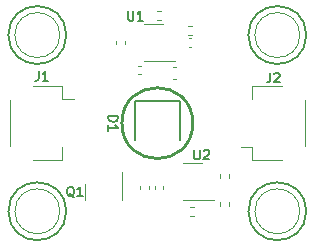
<source format=gto>
%TF.GenerationSoftware,KiCad,Pcbnew,7.0.8-7.0.8~ubuntu22.04.1*%
%TF.CreationDate,2024-02-01T21:47:39-08:00*%
%TF.ProjectId,275nm_SU_CULBN2_16mA,3237356e-6d5f-4535-955f-43554c424e32,rev?*%
%TF.SameCoordinates,Original*%
%TF.FileFunction,Legend,Top*%
%TF.FilePolarity,Positive*%
%FSLAX46Y46*%
G04 Gerber Fmt 4.6, Leading zero omitted, Abs format (unit mm)*
G04 Created by KiCad (PCBNEW 7.0.8-7.0.8~ubuntu22.04.1) date 2024-02-01 21:47:39*
%MOMM*%
%LPD*%
G01*
G04 APERTURE LIST*
%ADD10C,0.250000*%
%ADD11C,0.150000*%
%ADD12C,0.050000*%
%ADD13C,0.200000*%
%ADD14C,0.120000*%
%ADD15C,0.100000*%
G04 APERTURE END LIST*
D10*
X65700000Y-60000000D02*
G75*
G03*
X65700000Y-60000000I-3000000J0D01*
G01*
D11*
X58565704Y-59404324D02*
X59365704Y-59404324D01*
X59365704Y-59404324D02*
X59365704Y-59594800D01*
X59365704Y-59594800D02*
X59327609Y-59709086D01*
X59327609Y-59709086D02*
X59251419Y-59785276D01*
X59251419Y-59785276D02*
X59175228Y-59823371D01*
X59175228Y-59823371D02*
X59022847Y-59861467D01*
X59022847Y-59861467D02*
X58908561Y-59861467D01*
X58908561Y-59861467D02*
X58756180Y-59823371D01*
X58756180Y-59823371D02*
X58679990Y-59785276D01*
X58679990Y-59785276D02*
X58603800Y-59709086D01*
X58603800Y-59709086D02*
X58565704Y-59594800D01*
X58565704Y-59594800D02*
X58565704Y-59404324D01*
X58565704Y-60623371D02*
X58565704Y-60166228D01*
X58565704Y-60394800D02*
X59365704Y-60394800D01*
X59365704Y-60394800D02*
X59251419Y-60318609D01*
X59251419Y-60318609D02*
X59175228Y-60242419D01*
X59175228Y-60242419D02*
X59137133Y-60166228D01*
X52643133Y-55620095D02*
X52643133Y-56191523D01*
X52643133Y-56191523D02*
X52605038Y-56305809D01*
X52605038Y-56305809D02*
X52528847Y-56382000D01*
X52528847Y-56382000D02*
X52414562Y-56420095D01*
X52414562Y-56420095D02*
X52338371Y-56420095D01*
X53443133Y-56420095D02*
X52985990Y-56420095D01*
X53214562Y-56420095D02*
X53214562Y-55620095D01*
X53214562Y-55620095D02*
X53138371Y-55734380D01*
X53138371Y-55734380D02*
X53062181Y-55810571D01*
X53062181Y-55810571D02*
X52985990Y-55848666D01*
X72274133Y-55747095D02*
X72274133Y-56318523D01*
X72274133Y-56318523D02*
X72236038Y-56432809D01*
X72236038Y-56432809D02*
X72159847Y-56509000D01*
X72159847Y-56509000D02*
X72045562Y-56547095D01*
X72045562Y-56547095D02*
X71969371Y-56547095D01*
X72616990Y-55823285D02*
X72655086Y-55785190D01*
X72655086Y-55785190D02*
X72731276Y-55747095D01*
X72731276Y-55747095D02*
X72921752Y-55747095D01*
X72921752Y-55747095D02*
X72997943Y-55785190D01*
X72997943Y-55785190D02*
X73036038Y-55823285D01*
X73036038Y-55823285D02*
X73074133Y-55899476D01*
X73074133Y-55899476D02*
X73074133Y-55975666D01*
X73074133Y-55975666D02*
X73036038Y-56089952D01*
X73036038Y-56089952D02*
X72578895Y-56547095D01*
X72578895Y-56547095D02*
X73074133Y-56547095D01*
X65836876Y-62274895D02*
X65836876Y-62922514D01*
X65836876Y-62922514D02*
X65874971Y-62998704D01*
X65874971Y-62998704D02*
X65913066Y-63036800D01*
X65913066Y-63036800D02*
X65989257Y-63074895D01*
X65989257Y-63074895D02*
X66141638Y-63074895D01*
X66141638Y-63074895D02*
X66217828Y-63036800D01*
X66217828Y-63036800D02*
X66255923Y-62998704D01*
X66255923Y-62998704D02*
X66294019Y-62922514D01*
X66294019Y-62922514D02*
X66294019Y-62274895D01*
X66636875Y-62351085D02*
X66674971Y-62312990D01*
X66674971Y-62312990D02*
X66751161Y-62274895D01*
X66751161Y-62274895D02*
X66941637Y-62274895D01*
X66941637Y-62274895D02*
X67017828Y-62312990D01*
X67017828Y-62312990D02*
X67055923Y-62351085D01*
X67055923Y-62351085D02*
X67094018Y-62427276D01*
X67094018Y-62427276D02*
X67094018Y-62503466D01*
X67094018Y-62503466D02*
X67055923Y-62617752D01*
X67055923Y-62617752D02*
X66598780Y-63074895D01*
X66598780Y-63074895D02*
X67094018Y-63074895D01*
X55654609Y-66260485D02*
X55578419Y-66222390D01*
X55578419Y-66222390D02*
X55502228Y-66146200D01*
X55502228Y-66146200D02*
X55387942Y-66031914D01*
X55387942Y-66031914D02*
X55311752Y-65993819D01*
X55311752Y-65993819D02*
X55235561Y-65993819D01*
X55273657Y-66184295D02*
X55197466Y-66146200D01*
X55197466Y-66146200D02*
X55121276Y-66070009D01*
X55121276Y-66070009D02*
X55083180Y-65917628D01*
X55083180Y-65917628D02*
X55083180Y-65650961D01*
X55083180Y-65650961D02*
X55121276Y-65498580D01*
X55121276Y-65498580D02*
X55197466Y-65422390D01*
X55197466Y-65422390D02*
X55273657Y-65384295D01*
X55273657Y-65384295D02*
X55426038Y-65384295D01*
X55426038Y-65384295D02*
X55502228Y-65422390D01*
X55502228Y-65422390D02*
X55578419Y-65498580D01*
X55578419Y-65498580D02*
X55616514Y-65650961D01*
X55616514Y-65650961D02*
X55616514Y-65917628D01*
X55616514Y-65917628D02*
X55578419Y-66070009D01*
X55578419Y-66070009D02*
X55502228Y-66146200D01*
X55502228Y-66146200D02*
X55426038Y-66184295D01*
X55426038Y-66184295D02*
X55273657Y-66184295D01*
X56378418Y-66184295D02*
X55921275Y-66184295D01*
X56149847Y-66184295D02*
X56149847Y-65384295D01*
X56149847Y-65384295D02*
X56073656Y-65498580D01*
X56073656Y-65498580D02*
X55997466Y-65574771D01*
X55997466Y-65574771D02*
X55921275Y-65612866D01*
X60223476Y-50514695D02*
X60223476Y-51162314D01*
X60223476Y-51162314D02*
X60261571Y-51238504D01*
X60261571Y-51238504D02*
X60299666Y-51276600D01*
X60299666Y-51276600D02*
X60375857Y-51314695D01*
X60375857Y-51314695D02*
X60528238Y-51314695D01*
X60528238Y-51314695D02*
X60604428Y-51276600D01*
X60604428Y-51276600D02*
X60642523Y-51238504D01*
X60642523Y-51238504D02*
X60680619Y-51162314D01*
X60680619Y-51162314D02*
X60680619Y-50514695D01*
X61480618Y-51314695D02*
X61023475Y-51314695D01*
X61252047Y-51314695D02*
X61252047Y-50514695D01*
X61252047Y-50514695D02*
X61175856Y-50628980D01*
X61175856Y-50628980D02*
X61099666Y-50705171D01*
X61099666Y-50705171D02*
X61023475Y-50743266D01*
D12*
%TO.C,M1*%
X54440000Y-52540000D02*
G75*
G03*
X54440000Y-52540000I-1900000J0D01*
G01*
D11*
X54990000Y-52540000D02*
G75*
G03*
X54990000Y-52540000I-2450000J0D01*
G01*
D12*
%TO.C,M2*%
X74760000Y-52540000D02*
G75*
G03*
X74760000Y-52540000I-1900000J0D01*
G01*
D11*
X75310000Y-52540000D02*
G75*
G03*
X75310000Y-52540000I-2450000J0D01*
G01*
D12*
%TO.C,M3*%
X74760000Y-67460000D02*
G75*
G03*
X74760000Y-67460000I-1900000J0D01*
G01*
D11*
X75310000Y-67460000D02*
G75*
G03*
X75310000Y-67460000I-2450000J0D01*
G01*
D12*
%TO.C,M4*%
X54440000Y-67460000D02*
G75*
G03*
X54440000Y-67460000I-1900000J0D01*
G01*
D11*
X54990000Y-67460000D02*
G75*
G03*
X54990000Y-67460000I-2450000J0D01*
G01*
D13*
%TO.C,D1*%
X64600000Y-58100000D02*
X60800000Y-58100000D01*
X64600000Y-58100000D02*
X64600000Y-61425000D01*
X60800000Y-58100000D02*
X60800000Y-61425000D01*
D14*
%TO.C,J1*%
X54665000Y-56890000D02*
X54665000Y-57940000D01*
X52165000Y-56890000D02*
X54665000Y-56890000D01*
X54665000Y-57940000D02*
X55655000Y-57940000D01*
X50195000Y-58060000D02*
X50195000Y-61940000D01*
X54665000Y-63110000D02*
X54665000Y-62060000D01*
X52165000Y-63110000D02*
X54665000Y-63110000D01*
%TO.C,J2*%
X70735000Y-63110000D02*
X70735000Y-62060000D01*
X73235000Y-63110000D02*
X70735000Y-63110000D01*
X70735000Y-62060000D02*
X69745000Y-62060000D01*
X75205000Y-61940000D02*
X75205000Y-58060000D01*
X70735000Y-56890000D02*
X70735000Y-57940000D01*
X73235000Y-56890000D02*
X70735000Y-56890000D01*
%TO.C,R1*%
X68807600Y-64338959D02*
X68807600Y-64646241D01*
X68047600Y-64338959D02*
X68047600Y-64646241D01*
%TO.C,R6*%
X62993241Y-51256200D02*
X62685959Y-51256200D01*
X62993241Y-50496200D02*
X62685959Y-50496200D01*
%TO.C,R4*%
X59183000Y-53317841D02*
X59183000Y-53010559D01*
X59943000Y-53317841D02*
X59943000Y-53010559D01*
%TO.C,U2*%
X65657700Y-66491000D02*
X67457700Y-66491000D01*
X65657700Y-66491000D02*
X64857700Y-66491000D01*
X65657700Y-63371000D02*
X66457700Y-63371000D01*
X65657700Y-63371000D02*
X64857700Y-63371000D01*
%TO.C,C3*%
X62485200Y-65563836D02*
X62485200Y-65348164D01*
X63205200Y-65563836D02*
X63205200Y-65348164D01*
%TO.C,R3*%
X68047600Y-67004441D02*
X68047600Y-66697159D01*
X68807600Y-67004441D02*
X68807600Y-66697159D01*
%TO.C,L1*%
X63997621Y-55243000D02*
X64323179Y-55243000D01*
X63997621Y-56263000D02*
X64323179Y-56263000D01*
%TO.C,R2*%
X65506559Y-67101000D02*
X65813841Y-67101000D01*
X65506559Y-67861000D02*
X65813841Y-67861000D01*
%TO.C,C1*%
X61299036Y-55859000D02*
X61083364Y-55859000D01*
X61299036Y-55139000D02*
X61083364Y-55139000D01*
%TO.C,C4*%
X61260200Y-65568836D02*
X61260200Y-65353164D01*
X61980200Y-65568836D02*
X61980200Y-65353164D01*
%TO.C,C2*%
X65375964Y-52827600D02*
X65591636Y-52827600D01*
X65375964Y-53547600D02*
X65591636Y-53547600D01*
%TO.C,Q1*%
X59715800Y-65834500D02*
X59715800Y-64159500D01*
X59715800Y-65834500D02*
X59715800Y-66484500D01*
X56595800Y-65834500D02*
X56595800Y-65184500D01*
X56595800Y-65834500D02*
X56595800Y-66484500D01*
D15*
%TO.C,D2*%
X66594200Y-54305200D02*
G75*
G03*
X66594200Y-54305200I-50000J0D01*
G01*
D14*
%TO.C,R5*%
X65607441Y-52500800D02*
X65300159Y-52500800D01*
X65607441Y-51740800D02*
X65300159Y-51740800D01*
%TO.C,U1*%
X62356500Y-54757800D02*
X64156500Y-54757800D01*
X62356500Y-54757800D02*
X61556500Y-54757800D01*
X62356500Y-51637800D02*
X63156500Y-51637800D01*
X62356500Y-51637800D02*
X61556500Y-51637800D01*
%TD*%
M02*

</source>
